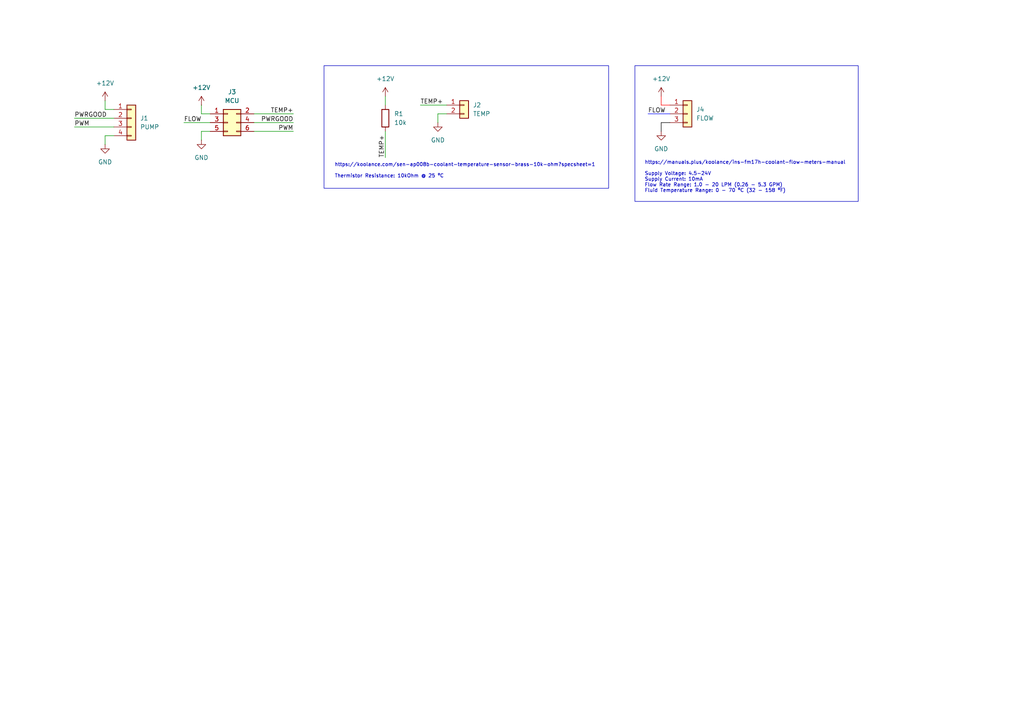
<source format=kicad_sch>
(kicad_sch (version 20231120) (generator "eeschema") (generator_version "8.0")
  (paper "A4")
  (title_block (title "PTN-PumpControlBoard") (date "2025-03-01") (rev "v1.0") (company "LHRs") (comment 1 "Author: Ravi Shah"))
  (lib_symbols
    (symbol "Connector_Generic:Conn_01x02" (pin_names (offset 1.016) hide)
      (property "Reference" "J" (at 0 2.54 0))
      (property "Value" "Conn_01x02" (at 0 -5.08 0))
      (symbol "Conn_01x02_1_1"
        (rectangle (start -1.27 -2.413) (end 0 -2.667) (stroke (width 0.1524)))
        (rectangle (start -1.27 0.127) (end 0 -0.127) (stroke (width 0.1524)))
        (rectangle (start -1.27 1.27) (end 1.27 -3.81) (stroke (width 0.254)) (fill (type background)))
        (pin passive line (at -5.08 0 0) (length 3.81) (name "Pin_1") (number "1"))
        (pin passive line (at -5.08 -2.54 0) (length 3.81) (name "Pin_2") (number "2"))
      )
    )
    (symbol "Connector_Generic:Conn_01x03" (pin_names (offset 1.016) hide)
      (property "Reference" "J" (at 0 5.08 0))
      (property "Value" "Conn_01x03" (at 0 -5.08 0))
      (symbol "Conn_01x03_1_1"
        (rectangle (start -1.27 -2.413) (end 0 -2.667) (stroke (width 0.1524)))
        (rectangle (start -1.27 0.127) (end 0 -0.127) (stroke (width 0.1524)))
        (rectangle (start -1.27 2.667) (end 0 2.413) (stroke (width 0.1524)))
        (rectangle (start -1.27 3.81) (end 1.27 -3.81) (stroke (width 0.254)) (fill (type background)))
        (pin passive line (at -5.08 2.54 0) (length 3.81) (name "Pin_1") (number "1"))
        (pin passive line (at -5.08 0 0) (length 3.81) (name "Pin_2") (number "2"))
        (pin passive line (at -5.08 -2.54 0) (length 3.81) (name "Pin_3") (number "3"))
      )
    )
    (symbol "Connector_Generic:Conn_01x04" (pin_names (offset 1.016) hide)
      (property "Reference" "J" (at 0 5.08 0))
      (property "Value" "Conn_01x04" (at 0 -7.62 0))
      (symbol "Conn_01x04_1_1"
        (rectangle (start -1.27 -4.953) (end 0 -5.207) (stroke (width 0.1524)))
        (rectangle (start -1.27 -2.413) (end 0 -2.667) (stroke (width 0.1524)))
        (rectangle (start -1.27 0.127) (end 0 -0.127) (stroke (width 0.1524)))
        (rectangle (start -1.27 2.667) (end 0 2.413) (stroke (width 0.1524)))
        (rectangle (start -1.27 3.81) (end 1.27 -6.35) (stroke (width 0.254)) (fill (type background)))
        (pin passive line (at -5.08 2.54 0) (length 3.81) (name "Pin_1") (number "1"))
        (pin passive line (at -5.08 0 0) (length 3.81) (name "Pin_2") (number "2"))
        (pin passive line (at -5.08 -2.54 0) (length 3.81) (name "Pin_3") (number "3"))
        (pin passive line (at -5.08 -5.08 0) (length 3.81) (name "Pin_4") (number "4"))
      )
    )
    (symbol "Connector_Generic:Conn_02x03_Odd_Even" (pin_names (offset 1.016) hide)
      (property "Reference" "J" (at 1.27 5.08 0))
      (property "Value" "Conn_02x03_Odd_Even" (at 1.27 -5.08 0))
      (symbol "Conn_02x03_Odd_Even_1_1"
        (rectangle (start -1.27 -2.413) (end 0 -2.667) (stroke (width 0.1524)))
        (rectangle (start -1.27 0.127) (end 0 -0.127) (stroke (width 0.1524)))
        (rectangle (start -1.27 2.667) (end 0 2.413) (stroke (width 0.1524)))
        (rectangle (start -1.27 3.81) (end 3.81 -3.81) (stroke (width 0.254)) (fill (type background)))
        (rectangle (start 3.81 -2.413) (end 2.54 -2.667) (stroke (width 0.1524)))
        (rectangle (start 3.81 0.127) (end 2.54 -0.127) (stroke (width 0.1524)))
        (rectangle (start 3.81 2.667) (end 2.54 2.413) (stroke (width 0.1524)))
        (pin passive line (at -5.08 2.54 0) (length 3.81) (name "Pin_1") (number "1"))
        (pin passive line (at 7.62 2.54 180) (length 3.81) (name "Pin_2") (number "2"))
        (pin passive line (at -5.08 0 0) (length 3.81) (name "Pin_3") (number "3"))
        (pin passive line (at 7.62 0 180) (length 3.81) (name "Pin_4") (number "4"))
        (pin passive line (at -5.08 -2.54 0) (length 3.81) (name "Pin_5") (number "5"))
        (pin passive line (at 7.62 -2.54 180) (length 3.81) (name "Pin_6") (number "6"))
      )
    )
    (symbol "Device:R" (pin_numbers hide) (pin_names (offset 0))
      (property "Reference" "R" (at 2.032 0 90))
      (property "Value" "R" (at 0 0 90))
      (symbol "R_0_1"
        (rectangle (start -1.016 -2.54) (end 1.016 2.54) (stroke (width 0.254)))
      )
      (symbol "R_1_1"
        (pin passive line (at 0 3.81 270) (length 1.27) (name "~") (number "1"))
        (pin passive line (at 0 -3.81 90) (length 1.27) (name "~") (number "2"))
      )
    )
    (symbol "power:+12V" (power) (pin_numbers hide) (pin_names (offset 0) hide)
      (property "Value" "+12V" (at 0 3.556 0))
      (symbol "+12V_0_1"
        (polyline (pts (xy -0.762 1.27) (xy 0 2.54)))
        (polyline (pts (xy 0 0) (xy 0 2.54)))
        (polyline (pts (xy 0 2.54) (xy 0.762 1.27)))
      )
      (symbol "+12V_1_1"
        (pin power_in line (at 0 0 90) (length 0) (name "~") (number "1"))
      )
    )
    (symbol "power:GND" (power) (pin_numbers hide) (pin_names (offset 0) hide)
      (property "Value" "GND" (at 0 -3.81 0))
      (symbol "GND_0_1"
        (polyline (pts (xy 0 0) (xy 0 -1.27) (xy 1.27 -1.27) (xy 0 -2.54) (xy -1.27 -1.27) (xy 0 -1.27)))
      )
      (symbol "GND_1_1"
        (pin power_in line (at 0 0 270) (length 0) (name "~") (number "1"))
      )
    )
  )
  (wire (pts (xy 194.31 35.56) (xy 191.77 35.56)) (stroke (width 0) (color 0 0 0 1)))
  (wire (pts (xy 60.96 33.02) (xy 58.42 33.02)))
  (wire (pts (xy 187.96 33.02) (xy 194.31 33.02)) (stroke (width 0) (color 0 5 255 1)))
  (wire (pts (xy 30.48 39.37) (xy 30.48 41.91)))
  (wire (pts (xy 60.96 38.1) (xy 58.42 38.1)))
  (wire (pts (xy 33.02 31.75) (xy 30.48 31.75)))
  (wire (pts (xy 191.77 35.56) (xy 191.77 38.1)) (stroke (width 0) (color 0 0 0 1)))
  (wire (pts (xy 30.48 31.75) (xy 30.48 29.21)))
  (wire (pts (xy 111.76 45.72) (xy 111.76 38.1)))
  (wire (pts (xy 58.42 38.1) (xy 58.42 40.64)))
  (wire (pts (xy 127 33.02) (xy 129.54 33.02)))
  (wire (pts (xy 53.34 35.56) (xy 60.96 35.56)))
  (wire (pts (xy 73.66 38.1) (xy 85.09 38.1)))
  (wire (pts (xy 73.66 33.02) (xy 85.09 33.02)))
  (wire (pts (xy 191.77 30.48) (xy 191.77 27.94)) (stroke (width 0) (color 255 0 0 1)))
  (wire (pts (xy 194.31 30.48) (xy 191.77 30.48)) (stroke (width 0) (color 255 0 0 1)))
  (wire (pts (xy 111.76 27.94) (xy 111.76 30.48)))
  (wire (pts (xy 121.92 30.48) (xy 129.54 30.48)))
  (wire (pts (xy 21.59 36.83) (xy 33.02 36.83)))
  (wire (pts (xy 73.66 35.56) (xy 85.09 35.56)))
  (wire (pts (xy 127 35.56) (xy 127 33.02)))
  (wire (pts (xy 21.59 34.29) (xy 33.02 34.29)))
  (wire (pts (xy 58.42 33.02) (xy 58.42 30.48)))
  (wire (pts (xy 33.02 39.37) (xy 30.48 39.37)))
  (rectangle (start 93.98 19.05) (end 176.53 54.61))
  (rectangle (start 184.15 19.05) (end 248.92 58.42))
  (text "https://koolance.com/sen-ap008b-coolant-temperature-sensor-brass-10k-ohm?specsheet=1\n\nThermistor Resistance: 10kOhm @ 25 ºC" (at 97.028 49.53 0) (effects (font (size 1.016 1.016)) (justify left)))
  (text "https://manuals.plus/koolance/ins-fm17h-coolant-flow-meters-manual\n\nSupply Voltage: 4.5-24V\nSupply Current: 10mA\nFlow Rate Range: 1.0 - 20 LPM (0.26 - 5.3 GPM)\nFluid Temperature Range: 0 - 70 ºC (32 - 158 ºF)" (at 186.944 51.308 0) (effects (font (size 1.016 1.016)) (justify left)))
  (label "TEMP+" (at 121.92 30.48 0))
  (label "PWRGOOD" (at 85.09 35.56 180))
  (label "FLOW" (at 187.96 33.02 0))
  (label "TEMP+" (at 111.76 45.72 90))
  (label "PWM" (at 85.09 38.1 180))
  (label "TEMP+" (at 85.09 33.02 180))
  (label "PWRGOOD" (at 21.59 34.29 0))
  (label "PWM" (at 21.59 36.83 0))
  (label "FLOW" (at 53.34 35.56 0))
  (symbol (lib_id "power:GND") (at 127 35.56 0) (unit 1)
    (property "Reference" "#PWR05" (effects (hide yes)))
    (property "Value" "GND" (at 127 40.64 0))
    (property "Description" "Power symbol creates a global label with name \"GND\" , ground" (effects (hide yes)))
  )
  (symbol (lib_id "power:GND") (at 58.42 40.64 0) (unit 1)
    (property "Reference" "#PWR08" (effects (hide yes)))
    (property "Value" "GND" (at 58.42 45.72 0))
    (property "Description" "Power symbol creates a global label with name \"GND\" , ground" (effects (hide yes)))
  )
  (symbol (lib_id "power:+12V") (at 191.77 27.94 0) (unit 1)
    (property "Reference" "#PWR03" (effects (hide yes)))
    (property "Value" "+12V" (at 191.77 22.86 0))
    (property "Description" "Power symbol creates a global label with name \"+12V\"" (effects (hide yes)))
  )
  (symbol (lib_id "power:+12V") (at 111.76 27.94 0) (unit 1)
    (property "Reference" "#PWR06" (effects (hide yes)))
    (property "Value" "+12V" (at 111.76 22.86 0))
    (property "Description" "Power symbol creates a global label with name \"+12V\"" (effects (hide yes)))
  )
  (symbol (lib_id "Connector_Generic:Conn_02x03_Odd_Even") (at 66.04 35.56 0) (unit 1)
    (property "Reference" "J3" (at 67.31 26.67 0))
    (property "Value" "MCU" (at 67.31 29.21 0))
    (property "Description" "Generic connector, double row, 02x03, odd/even pin numbering scheme (row 1 odd numbers, row 2 even numbers), script generated (kicad-library-utils/schlib/autogen/connector/)" (effects (hide yes)))
  )
  (symbol (lib_id "power:+12V") (at 58.42 30.48 0) (unit 1)
    (property "Reference" "#PWR07" (effects (hide yes)))
    (property "Value" "+12V" (at 58.42 25.4 0))
    (property "Description" "Power symbol creates a global label with name \"+12V\"" (effects (hide yes)))
  )
  (symbol (lib_id "power:GND") (at 191.77 38.1 0) (unit 1)
    (property "Reference" "#PWR04" (effects (hide yes)))
    (property "Value" "GND" (at 191.77 43.18 0))
    (property "Description" "Power symbol creates a global label with name \"GND\" , ground" (effects (hide yes)))
  )
  (symbol (lib_id "Connector_Generic:Conn_01x04") (at 38.1 34.29 0) (unit 1)
    (property "Reference" "J1" (at 40.64 34.2899 0) (effects (justify left)))
    (property "Value" "PUMP" (at 40.64 36.8299 0) (effects (justify left)))
    (property "Description" "Generic connector, single row, 01x04, script generated (kicad-library-utils/schlib/autogen/connector/)" (effects (hide yes)))
  )
  (symbol (lib_id "Connector_Generic:Conn_01x03") (at 199.39 33.02 0) (unit 1)
    (property "Reference" "J4" (at 201.93 31.7499 0) (effects (justify left)))
    (property "Value" "FLOW" (at 201.93 34.2899 0) (effects (justify left)))
    (property "Description" "Generic connector, single row, 01x03, script generated (kicad-library-utils/schlib/autogen/connector/)" (effects (hide yes)))
  )
  (symbol (lib_id "power:GND") (at 30.48 41.91 0) (unit 1)
    (property "Reference" "#PWR02" (effects (hide yes)))
    (property "Value" "GND" (at 30.48 46.99 0))
    (property "Description" "Power symbol creates a global label with name \"GND\" , ground" (effects (hide yes)))
  )
  (symbol (lib_id "Device:R") (at 111.76 34.29 180) (unit 1)
    (property "Reference" "R1" (at 114.3 33.0199 0) (effects (justify right)))
    (property "Value" "10k" (at 114.3 35.5599 0) (effects (justify right)))
    (property "Description" "Resistor" (effects (hide yes)))
  )
  (symbol (lib_id "Connector_Generic:Conn_01x02") (at 134.62 30.48 0) (unit 1)
    (property "Reference" "J2" (at 137.16 30.4799 0) (effects (justify left)))
    (property "Value" "TEMP" (at 137.16 33.0199 0) (effects (justify left)))
    (property "Description" "Generic connector, single row, 01x02, script generated (kicad-library-utils/schlib/autogen/connector/)" (effects (hide yes)))
  )
  (symbol (lib_id "power:+12V") (at 30.48 29.21 0) (unit 1)
    (property "Reference" "#PWR01" (effects (hide yes)))
    (property "Value" "+12V" (at 30.48 24.13 0))
    (property "Description" "Power symbol creates a global label with name \"+12V\"" (effects (hide yes)))
  )
)
</source>
